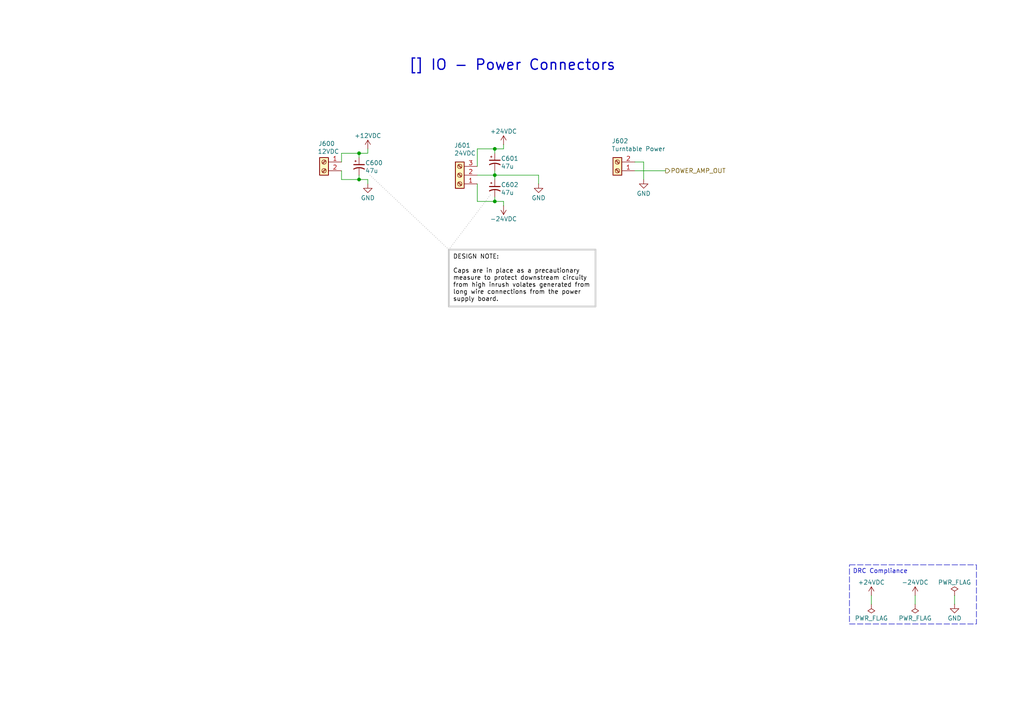
<source format=kicad_sch>
(kicad_sch (version 20250114) (generator "eeschema") (generator_version "9.0")
  (paper "A4")
  (title_block (title "IO - Power Connectors") (date "2025-07-15") (rev "1.0") (company "Wattle Labs"))
  (lib_symbols
    (symbol "Connector:Screw_Terminal_01x02" (pin_names (offset 1.016) (hide yes))
      (property "Reference" "J" (at 0 2.54 0))
      (property "Value" "Screw_Terminal_01x02" (at 0 -5.08 0))
      (symbol "Screw_Terminal_01x02_1_1"
        (rectangle (start -1.27 1.27) (end 1.27 -3.81) (stroke (width 0.254)) (fill (type background)))
        (polyline (pts (xy -0.5334 0.3302) (xy 0.3302 -0.508)) (stroke (width 0.1524)))
        (polyline (pts (xy -0.5334 -2.2098) (xy 0.3302 -3.048)) (stroke (width 0.1524)))
        (polyline (pts (xy -0.3556 0.508) (xy 0.508 -0.3302)) (stroke (width 0.1524)))
        (polyline (pts (xy -0.3556 -2.032) (xy 0.508 -2.8702)) (stroke (width 0.1524)))
        (circle (center 0 0) (radius 0.635) (stroke (width 0.1524)))
        (circle (center 0 -2.54) (radius 0.635) (stroke (width 0.1524)))
        (pin passive line (at -5.08 0 0) (length 3.81) (name "Pin_1") (number "1"))
        (pin passive line (at -5.08 -2.54 0) (length 3.81) (name "Pin_2") (number "2"))
      )
    )
    (symbol "Connector:Screw_Terminal_01x03" (pin_names (offset 1.016) (hide yes))
      (property "Reference" "J" (at 0 5.08 0))
      (property "Value" "Screw_Terminal_01x03" (at 0 -5.08 0))
      (symbol "Screw_Terminal_01x03_1_1"
        (rectangle (start -1.27 3.81) (end 1.27 -3.81) (stroke (width 0.254)) (fill (type background)))
        (polyline (pts (xy -0.5334 2.8702) (xy 0.3302 2.032)) (stroke (width 0.1524)))
        (polyline (pts (xy -0.5334 0.3302) (xy 0.3302 -0.508)) (stroke (width 0.1524)))
        (polyline (pts (xy -0.5334 -2.2098) (xy 0.3302 -3.048)) (stroke (width 0.1524)))
        (polyline (pts (xy -0.3556 3.048) (xy 0.508 2.2098)) (stroke (width 0.1524)))
        (polyline (pts (xy -0.3556 0.508) (xy 0.508 -0.3302)) (stroke (width 0.1524)))
        (polyline (pts (xy -0.3556 -2.032) (xy 0.508 -2.8702)) (stroke (width 0.1524)))
        (circle (center 0 2.54) (radius 0.635) (stroke (width 0.1524)))
        (circle (center 0 0) (radius 0.635) (stroke (width 0.1524)))
        (circle (center 0 -2.54) (radius 0.635) (stroke (width 0.1524)))
        (pin passive line (at -5.08 2.54 0) (length 3.81) (name "Pin_1") (number "1"))
        (pin passive line (at -5.08 0 0) (length 3.81) (name "Pin_2") (number "2"))
        (pin passive line (at -5.08 -2.54 0) (length 3.81) (name "Pin_3") (number "3"))
      )
    )
    (symbol "Device:C_Polarized_Small_US" (pin_numbers (hide yes)) (pin_names (offset 0.254) (hide yes))
      (property "Reference" "C" (at 0.254 1.778 0))
      (property "Value" "C_Polarized_Small_US" (at 0.254 -2.032 0))
      (symbol "C_Polarized_Small_US_0_1"
        (polyline (pts (xy -1.524 0.508) (xy 1.524 0.508)) (stroke (width 0.3048)))
        (polyline (pts (xy -1.27 1.524) (xy -0.762 1.524)))
        (polyline (pts (xy -1.016 1.27) (xy -1.016 1.778)))
        (arc (start -1.524 -0.762) (mid 0 -0.3734) (end 1.524 -0.762) (stroke (width 0.3048)))
      )
      (symbol "C_Polarized_Small_US_1_1"
        (pin passive line (at 0 2.54 270) (length 2.032) (name "~") (number "1"))
        (pin passive line (at 0 -2.54 90) (length 2.032) (name "~") (number "2"))
      )
    )
    (symbol "power:+36V" (power) (pin_numbers (hide yes)) (pin_names (offset 0) (hide yes))
      (property "Value" "+36V" (at 0 3.556 0))
      (symbol "+36V_0_1"
        (polyline (pts (xy -0.762 1.27) (xy 0 2.54)))
        (polyline (pts (xy 0 2.54) (xy 0.762 1.27)))
        (polyline (pts (xy 0 0) (xy 0 2.54)))
      )
      (symbol "+36V_1_1"
        (pin power_in line (at 0 0 90) (length 0) (name "~") (number "1"))
      )
    )
    (symbol "power:GND" (power) (pin_numbers (hide yes)) (pin_names (offset 0) (hide yes))
      (property "Value" "GND" (at 0 -3.81 0))
      (symbol "GND_0_1"
        (polyline (pts (xy 0 0) (xy 0 -1.27) (xy 1.27 -1.27) (xy 0 -2.54) (xy -1.27 -1.27) (xy 0 -1.27)))
      )
      (symbol "GND_1_1"
        (pin power_in line (at 0 0 270) (length 0) (name "~") (number "1"))
      )
    )
    (symbol "power:PWR_FLAG" (power) (pin_numbers (hide yes)) (pin_names (offset 0) (hide yes))
      (property "Value" "PWR_FLAG" (at 0 3.81 0))
      (symbol "PWR_FLAG_0_0"
        (pin power_out line (at 0 0 90) (length 0) (name "~") (number "1"))
      )
      (symbol "PWR_FLAG_0_1"
        (polyline (pts (xy 0 0) (xy 0 1.27) (xy -1.016 1.905) (xy 0 2.54) (xy 1.016 1.905) (xy 0 1.27)))
      )
    )
  )
  (text_box "DESIGN NOTE:\n\nCaps are in place as a precautionary measure to protect downstream circuity from high inrush volates generated from long wire connections from the power supply board." (at 130.175 72.39 0) (size 42.545 16.51) (margins 1.2025 1.2025 1.2025 1.2025) (stroke (width 0.5) (color 200 200 200 1)) (effects (font (size 1.27 1.27)) (justify left top)))
  (text_box "DRC Compliance" (at 246.38 163.83 0) (size 36.83 17.145) (margins 0.9525 0.9525 0.9525 0.9525) (stroke (width 0) (type dash)) (effects (font (size 1.27 1.27)) (justify left top)))
  (text_box "[${#}] ${TITLE}" (at 12.065 12.065 0) (size 273.05 13.335) (margins 2.2499 2.2499 2.2499 2.2499) (stroke (width -0.0001)) (effects (font (size 3 3) (thickness 0.375))))
  (junction (at 143.51 58.42))
  (junction (at 104.14 44.45))
  (junction (at 143.51 50.8))
  (junction (at 143.51 43.18))
  (junction (at 104.14 52.07))
  (wire (pts (xy 99.06 49.53) (xy 99.06 52.07)))
  (wire (pts (xy 184.15 49.53) (xy 193.04 49.53)))
  (wire (pts (xy 99.06 52.07) (xy 104.14 52.07)))
  (wire (pts (xy 104.14 50.8) (xy 104.14 52.07)))
  (wire (pts (xy 143.51 57.15) (xy 143.51 58.42)))
  (wire (pts (xy 184.15 46.99) (xy 186.69 46.99)))
  (wire (pts (xy 156.21 53.34) (xy 156.21 50.8)))
  (wire (pts (xy 138.43 58.42) (xy 143.51 58.42)))
  (wire (pts (xy 138.43 43.18) (xy 138.43 48.26)))
  (wire (pts (xy 143.51 50.8) (xy 156.21 50.8)))
  (wire (pts (xy 186.69 46.99) (xy 186.69 52.07)))
  (wire (pts (xy 104.14 44.45) (xy 106.68 44.45)))
  (wire (pts (xy 146.05 43.18) (xy 143.51 43.18)))
  (wire (pts (xy 143.51 43.18) (xy 143.51 44.45)))
  (wire (pts (xy 106.68 43.18) (xy 106.68 44.45)))
  (wire (pts (xy 265.43 172.72) (xy 265.43 175.26)))
  (wire (pts (xy 143.51 49.53) (xy 143.51 50.8)))
  (wire (pts (xy 106.68 53.34) (xy 106.68 52.07)))
  (wire (pts (xy 143.51 50.8) (xy 143.51 52.07)))
  (polyline (pts (xy 130.175 72.39) (xy 142.24 56.515)) (stroke (width 0) (type dot) (color 132 132 132 1)))
  (wire (pts (xy 104.14 44.45) (xy 104.14 45.72)))
  (wire (pts (xy 146.05 43.18) (xy 146.05 41.91)))
  (wire (pts (xy 146.05 58.42) (xy 146.05 59.69)))
  (wire (pts (xy 99.06 46.99) (xy 99.06 44.45)))
  (wire (pts (xy 106.68 52.07) (xy 104.14 52.07)))
  (polyline (pts (xy 107.315 50.8) (xy 130.175 72.39)) (stroke (width 0) (type dot) (color 132 132 132 1)))
  (wire (pts (xy 276.86 175.26) (xy 276.86 172.72)))
  (wire (pts (xy 143.51 43.18) (xy 138.43 43.18)))
  (wire (pts (xy 138.43 58.42) (xy 138.43 53.34)))
  (wire (pts (xy 143.51 58.42) (xy 146.05 58.42)))
  (wire (pts (xy 99.06 44.45) (xy 104.14 44.45)))
  (wire (pts (xy 252.73 172.72) (xy 252.73 175.26)))
  (wire (pts (xy 138.43 50.8) (xy 143.51 50.8)))
  (hierarchical_label "POWER_AMP_OUT" (shape output) (at 193.04 49.53 0))
  (symbol (lib_id "Device:C_Polarized_Small_US") (at 143.51 46.99 0) (unit 1)
    (property "Reference" "C601" (at 145.288 45.974 0) (effects (justify left)))
    (property "Value" "47u" (at 145.288 48.26 0) (effects (justify left)))
    (property "Footprint" "Capacitor_SMD:CP_Elec_6.3x7.7" (effects (hide yes)))
    (property "Description" "47 µF 50 V Aluminum Electrolytic Capacitors Radial, Can - SMD 1000 Hrs @ 105°C" (effects (hide yes)))
    (property "Digikey_PN" "493-2225-1-ND" (effects (hide yes)))
  )
  (symbol (lib_id "power:PWR_FLAG") (at 276.86 172.72 0) (unit 1)
    (property "Reference" "#FLG0602" (effects (hide yes)))
    (property "Value" "PWR_FLAG" (at 276.86 168.91 0))
    (property "Description" "Special symbol for telling ERC where power comes from" (effects (hide yes)))
  )
  (symbol (lib_id "power:PWR_FLAG") (at 252.73 175.26 180) (unit 1)
    (property "Reference" "#FLG0600" (effects (hide yes)))
    (property "Value" "PWR_FLAG" (at 252.73 179.324 0))
    (property "Description" "Special symbol for telling ERC where power comes from" (effects (hide yes)))
  )
  (symbol (lib_id "Connector:Screw_Terminal_01x02") (at 93.98 46.99 0) (mirror y) (unit 1) (in_bom no)
    (property "Reference" "J600" (at 94.742 41.656 0))
    (property "Value" "12VDC" (at 95.25 43.942 0))
    (property "Footprint" "Wattle_Connectors:TerminalBlock_1x02_P5.00mm" (effects (hide yes)))
    (property "Description" "Generic screw terminal, single row, 01x02, script generated (kicad-library-utils/schlib/autogen/connector/)" (effects (hide yes)))
    (property "Silk" "12VDC IN" (effects (hide yes)))
  )
  (symbol (lib_id "Device:C_Polarized_Small_US") (at 143.51 54.61 0) (unit 1)
    (property "Reference" "C602" (at 145.288 53.594 0) (effects (justify left)))
    (property "Value" "47u" (at 145.288 55.88 0) (effects (justify left)))
    (property "Footprint" "Capacitor_SMD:CP_Elec_6.3x7.7" (effects (hide yes)))
    (property "Description" "47 µF 50 V Aluminum Electrolytic Capacitors Radial, Can - SMD 1000 Hrs @ 105°C" (effects (hide yes)))
    (property "Digikey_PN" "493-2225-1-ND" (effects (hide yes)))
  )
  (symbol (lib_id "Connector:Screw_Terminal_01x02") (at 179.07 49.53 180) (unit 1) (in_bom no)
    (property "Reference" "J602" (at 179.832 40.894 0))
    (property "Value" "Turntable Power" (at 185.166 43.18 0))
    (property "Footprint" "Wattle_Connectors:TerminalBlock_1x02_P5.00mm" (effects (hide yes)))
    (property "Description" "Generic screw terminal, single row, 01x02, script generated (kicad-library-utils/schlib/autogen/connector/)" (effects (hide yes)))
    (property "Silk" "TABLE PWR" (effects (hide yes)))
  )
  (symbol (lib_id "power:+36V") (at 265.43 172.72 0) (unit 1)
    (property "Reference" "#PWR0607" (effects (hide yes)))
    (property "Value" "-24VDC" (at 265.43 168.91 0))
    (property "Description" "Power symbol creates a global label with name \"+36V\"" (effects (hide yes)))
  )
  (symbol (lib_id "power:GND") (at 106.68 53.34 0) (unit 1)
    (property "Reference" "#PWR0601" (effects (hide yes)))
    (property "Value" "GND" (at 106.68 57.404 0))
    (property "Description" "Power symbol creates a global label with name \"GND\" , ground" (effects (hide yes)))
  )
  (symbol (lib_id "power:+36V") (at 146.05 59.69 180) (unit 1)
    (property "Reference" "#PWR0603" (effects (hide yes)))
    (property "Value" "-24VDC" (at 146.05 63.5 0))
    (property "Description" "Power symbol creates a global label with name \"+36V\"" (effects (hide yes)))
  )
  (symbol (lib_id "power:GND") (at 156.21 53.34 0) (unit 1)
    (property "Reference" "#PWR0604" (effects (hide yes)))
    (property "Value" "GND" (at 156.21 57.404 0))
    (property "Description" "Power symbol creates a global label with name \"GND\" , ground" (effects (hide yes)))
  )
  (symbol (lib_id "power:+36V") (at 252.73 172.72 0) (unit 1)
    (property "Reference" "#PWR0606" (effects (hide yes)))
    (property "Value" "+24VDC" (at 252.73 168.91 0))
    (property "Description" "Power symbol creates a global label with name \"+36V\"" (effects (hide yes)))
  )
  (symbol (lib_id "Device:C_Polarized_Small_US") (at 104.14 48.26 0) (unit 1)
    (property "Reference" "C600" (at 105.918 47.244 0) (effects (justify left)))
    (property "Value" "47u" (at 105.918 49.53 0) (effects (justify left)))
    (property "Footprint" "Capacitor_SMD:CP_Elec_6.3x7.7" (effects (hide yes)))
    (property "Description" "47 µF 50 V Aluminum Electrolytic Capacitors Radial, Can - SMD 1000 Hrs @ 105°C" (effects (hide yes)))
    (property "Digikey_PN" "493-2225-1-ND" (effects (hide yes)))
  )
  (symbol (lib_id "power:+36V") (at 106.68 43.18 0) (unit 1)
    (property "Reference" "#PWR0600" (effects (hide yes)))
    (property "Value" "+12VDC" (at 106.68 39.37 0))
    (property "Description" "Power symbol creates a global label with name \"+36V\"" (effects (hide yes)))
  )
  (symbol (lib_id "power:GND") (at 186.69 52.07 0) (unit 1)
    (property "Reference" "#PWR0605" (effects (hide yes)))
    (property "Value" "GND" (at 186.69 56.134 0))
    (property "Description" "Power symbol creates a global label with name \"GND\" , ground" (effects (hide yes)))
  )
  (symbol (lib_id "power:GND") (at 276.86 175.26 0) (unit 1)
    (property "Reference" "#PWR0608" (effects (hide yes)))
    (property "Value" "GND" (at 276.86 179.324 0))
    (property "Description" "Power symbol creates a global label with name \"GND\" , ground" (effects (hide yes)))
  )
  (symbol (lib_id "Connector:Screw_Terminal_01x03") (at 133.35 50.8 180) (unit 1) (in_bom no)
    (property "Reference" "J601" (at 134.112 42.164 0))
    (property "Value" "24VDC" (at 134.874 44.45 0))
    (property "Footprint" "Wattle_Connectors:TerminalBlock_1x03_P5.00mm" (effects (hide yes)))
    (property "Description" "Generic screw terminal, single row, 01x03, script generated (kicad-library-utils/schlib/autogen/connector/)" (effects (hide yes)))
    (property "Silk" "24VDC IN" (effects (hide yes)))
  )
  (symbol (lib_id "power:+36V") (at 146.05 41.91 0) (unit 1)
    (property "Reference" "#PWR0602" (effects (hide yes)))
    (property "Value" "+24VDC" (at 146.05 38.1 0))
    (property "Description" "Power symbol creates a global label with name \"+36V\"" (effects (hide yes)))
  )
  (symbol (lib_id "power:PWR_FLAG") (at 265.43 175.26 180) (unit 1)
    (property "Reference" "#FLG0601" (effects (hide yes)))
    (property "Value" "PWR_FLAG" (at 265.43 179.324 0))
    (property "Description" "Special symbol for telling ERC where power comes from" (effects (hide yes)))
  )
)
</source>
